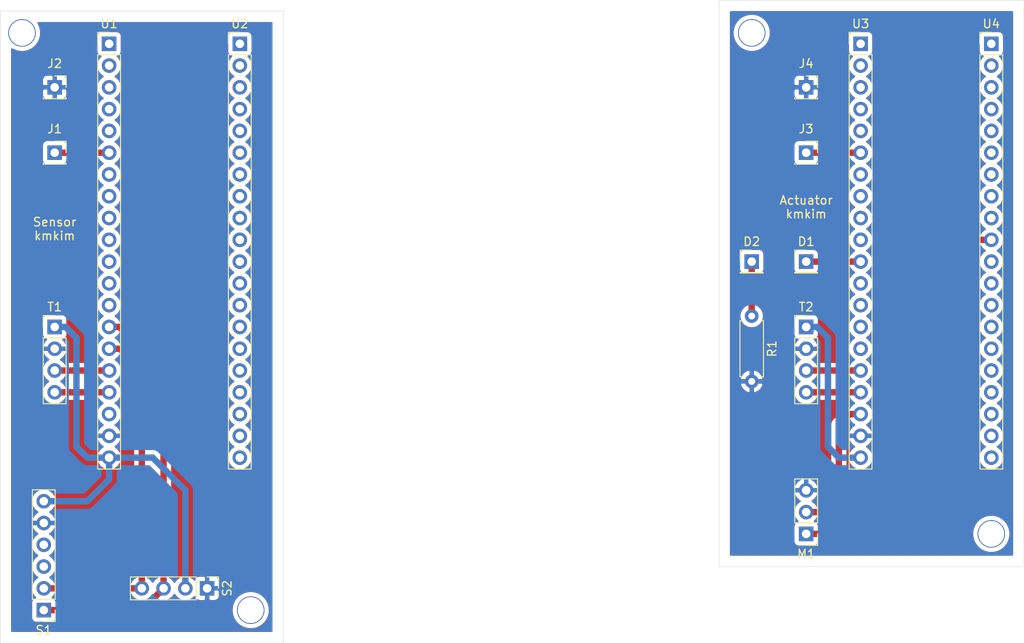
<source format=kicad_pcb>
(kicad_pcb (version 20171130) (host pcbnew 5.1.10-88a1d61d58~90~ubuntu20.04.1)
  (layers (0 F.Cu signal) (31 B.Cu signal) (34 B.Paste user) (35 F.Paste user) (36 B.SilkS user) (37 F.SilkS user) (38 B.Mask user) (39 F.Mask user) (44 Edge.Cuts user))
  (net 0 "")
  (net 1 "Net-(D1-Pad1)")
  (net 2 "Net-(D2-Pad1)")
  (net 3 PWM)
  (net 4 GND_2)
  (net 5 SCL)
  (net 6 SDA)
  (net 7 "Net-(S1-Pad3)")
  (net 8 "Net-(S1-Pad4)")
  (net 9 GND_1)
  (net 10 CAN_RX_1)
  (net 11 CAN_TX_1)
  (net 12 CAN_TX_2)
  (net 13 CAN_RX_2)
  (net 14 "Net-(U1-Pad1)")
  (net 15 "Net-(U1-Pad2)")
  (net 16 "Net-(U1-Pad3)")
  (net 17 "Net-(U1-Pad4)")
  (net 18 "Net-(U1-Pad5)")
  (net 19 "Net-(U1-Pad7)")
  (net 20 "Net-(U1-Pad8)")
  (net 21 "Net-(U1-Pad9)")
  (net 22 "Net-(U1-Pad10)")
  (net 23 "Net-(U1-Pad11)")
  (net 24 "Net-(U1-Pad12)")
  (net 25 "Net-(U1-Pad13)")
  (net 26 "Net-(U2-Pad20)")
  (net 27 "Net-(U2-Pad19)")
  (net 28 "Net-(U2-Pad18)")
  (net 29 "Net-(U2-Pad17)")
  (net 30 "Net-(U2-Pad16)")
  (net 31 "Net-(U2-Pad15)")
  (net 32 "Net-(U2-Pad14)")
  (net 33 "Net-(U2-Pad13)")
  (net 34 "Net-(U2-Pad12)")
  (net 35 "Net-(U2-Pad11)")
  (net 36 "Net-(U2-Pad10)")
  (net 37 "Net-(U2-Pad9)")
  (net 38 "Net-(U2-Pad8)")
  (net 39 "Net-(U2-Pad7)")
  (net 40 "Net-(U2-Pad6)")
  (net 41 "Net-(U2-Pad5)")
  (net 42 "Net-(U2-Pad4)")
  (net 43 "Net-(U2-Pad3)")
  (net 44 "Net-(U2-Pad2)")
  (net 45 "Net-(U2-Pad1)")
  (net 46 "Net-(U3-Pad15)")
  (net 47 "Net-(U3-Pad14)")
  (net 48 "Net-(U3-Pad13)")
  (net 49 "Net-(U3-Pad12)")
  (net 50 "Net-(U3-Pad10)")
  (net 51 "Net-(U3-Pad9)")
  (net 52 "Net-(U3-Pad8)")
  (net 53 "Net-(U3-Pad7)")
  (net 54 "Net-(U3-Pad5)")
  (net 55 "Net-(U3-Pad4)")
  (net 56 "Net-(U3-Pad3)")
  (net 57 "Net-(U3-Pad2)")
  (net 58 "Net-(U3-Pad1)")
  (net 59 "Net-(U4-Pad1)")
  (net 60 "Net-(U4-Pad2)")
  (net 61 "Net-(U4-Pad3)")
  (net 62 "Net-(U4-Pad4)")
  (net 63 "Net-(U4-Pad5)")
  (net 64 "Net-(U4-Pad6)")
  (net 65 "Net-(U4-Pad7)")
  (net 66 "Net-(U4-Pad8)")
  (net 67 "Net-(U4-Pad9)")
  (net 68 "Net-(U4-Pad11)")
  (net 69 "Net-(U4-Pad12)")
  (net 70 "Net-(U4-Pad13)")
  (net 71 "Net-(U4-Pad14)")
  (net 72 "Net-(U4-Pad15)")
  (net 73 "Net-(U4-Pad16)")
  (net 74 "Net-(U4-Pad17)")
  (net 75 "Net-(U4-Pad18)")
  (net 76 "Net-(U4-Pad19)")
  (net 77 "Net-(U4-Pad20)")
  (net 78 5V)
  (net 79 3V3_1)
  (net 80 3V3_2)
  (net 81 "Net-(U1-Pad18)")
  (net 82 Serial_Tx_1)
  (net 83 Serial_Tx_2)
  (module Connector_Pin:Pin_D1.0mm_L10.0mm (layer F.Cu) (at 138.43 38.1)
    (fp_text reference " " (at 0 2.25) (layer F.SilkS))
    (fp_text value Pin_D1.0mm_L10.0mm hide)
    (fp_circle (center 0 0) (end 1.25 0.05) (layer F.SilkS) (width 0.12))
    (pad 1 thru_hole circle (at 0 0) (size 3.2 3.2) (drill 3) (layers *.Cu *.Mask))
  )
  (module Connector_Pin:Pin_D1.0mm_L10.0mm (layer F.Cu) (at 166.37 96.52)
    (fp_text reference " " (at 0 2.25) (layer F.SilkS))
    (fp_text value Pin_D1.0mm_L10.0mm hide)
    (fp_circle (center 0 0) (end 1.25 0.05) (layer F.SilkS) (width 0.12))
    (pad 1 thru_hole circle (at 0 0) (size 3.2 3.2) (drill 3) (layers *.Cu *.Mask))
  )
  (module Connector_PinHeader_2.54mm:PinHeader_1x20_P2.54mm_Vertical (layer F.Cu) (at 151.13 39.37)
    (fp_text reference U3 (at 0 -2.33) (layer F.SilkS))
    (fp_text value STM32_L)
    (fp_line (start -1.33 49.59) (end 1.33 49.59) (layer F.SilkS) (width 0.12))
    (fp_line (start -1.33 1.27) (end -1.33 49.59) (layer F.SilkS) (width 0.12))
    (fp_line (start 1.33 1.27) (end 1.33 49.59) (layer F.SilkS) (width 0.12))
    (fp_line (start -1.33 1.27) (end 1.33 1.27) (layer F.SilkS) (width 0.12))
    (fp_line (start -1.33 0) (end -1.33 -1.33) (layer F.SilkS) (width 0.12))
    (fp_line (start -1.33 -1.33) (end 0 -1.33) (layer F.SilkS) (width 0.12))
    (pad 1 thru_hole rect (at 0 0) (size 1.7 1.7) (drill 1) (layers *.Cu *.Mask) (net 58 "Net-(U3-Pad1)"))
    (pad 2 thru_hole oval (at 0 2.54) (size 1.7 1.7) (drill 1) (layers *.Cu *.Mask) (net 57 "Net-(U3-Pad2)"))
    (pad 3 thru_hole oval (at 0 5.08) (size 1.7 1.7) (drill 1) (layers *.Cu *.Mask) (net 56 "Net-(U3-Pad3)"))
    (pad 4 thru_hole oval (at 0 7.62) (size 1.7 1.7) (drill 1) (layers *.Cu *.Mask) (net 55 "Net-(U3-Pad4)"))
    (pad 5 thru_hole oval (at 0 10.16) (size 1.7 1.7) (drill 1) (layers *.Cu *.Mask) (net 54 "Net-(U3-Pad5)"))
    (pad 6 thru_hole oval (at 0 12.7) (size 1.7 1.7) (drill 1) (layers *.Cu *.Mask) (net 83 Serial_Tx_2))
    (pad 7 thru_hole oval (at 0 15.24) (size 1.7 1.7) (drill 1) (layers *.Cu *.Mask) (net 53 "Net-(U3-Pad7)"))
    (pad 8 thru_hole oval (at 0 17.78) (size 1.7 1.7) (drill 1) (layers *.Cu *.Mask) (net 52 "Net-(U3-Pad8)"))
    (pad 9 thru_hole oval (at 0 20.32) (size 1.7 1.7) (drill 1) (layers *.Cu *.Mask) (net 51 "Net-(U3-Pad9)"))
    (pad 10 thru_hole oval (at 0 22.86) (size 1.7 1.7) (drill 1) (layers *.Cu *.Mask) (net 50 "Net-(U3-Pad10)"))
    (pad 11 thru_hole oval (at 0 25.4) (size 1.7 1.7) (drill 1) (layers *.Cu *.Mask) (net 1 "Net-(D1-Pad1)"))
    (pad 12 thru_hole oval (at 0 27.94) (size 1.7 1.7) (drill 1) (layers *.Cu *.Mask) (net 49 "Net-(U3-Pad12)"))
    (pad 13 thru_hole oval (at 0 30.48) (size 1.7 1.7) (drill 1) (layers *.Cu *.Mask) (net 48 "Net-(U3-Pad13)"))
    (pad 14 thru_hole oval (at 0 33.02) (size 1.7 1.7) (drill 1) (layers *.Cu *.Mask) (net 47 "Net-(U3-Pad14)"))
    (pad 15 thru_hole oval (at 0 35.56) (size 1.7 1.7) (drill 1) (layers *.Cu *.Mask) (net 46 "Net-(U3-Pad15)"))
    (pad 16 thru_hole oval (at 0 38.1) (size 1.7 1.7) (drill 1) (layers *.Cu *.Mask) (net 13 CAN_RX_2))
    (pad 17 thru_hole oval (at 0 40.64) (size 1.7 1.7) (drill 1) (layers *.Cu *.Mask) (net 12 CAN_TX_2))
    (pad 18 thru_hole oval (at 0 43.18) (size 1.7 1.7) (drill 1) (layers *.Cu *.Mask) (net 78 5V))
    (pad 19 thru_hole oval (at 0 45.72) (size 1.7 1.7) (drill 1) (layers *.Cu *.Mask) (net 4 GND_2))
    (pad 20 thru_hole oval (at 0 48.26) (size 1.7 1.7) (drill 1) (layers *.Cu *.Mask) (net 80 3V3_2))
  )
  (module Connector_Pin:Pin_D1.0mm_L10.0mm (layer F.Cu) (at 80.01 105.41)
    (fp_text reference " " (at 0 2.25) (layer F.SilkS))
    (fp_text value Pin_D1.0mm_L10.0mm hide)
    (fp_circle (center 0 0) (end 1.25 0.05) (layer F.SilkS) (width 0.12))
    (pad 1 thru_hole circle (at 0 0) (size 3.2 3.2) (drill 3) (layers *.Cu *.Mask))
  )
  (module Connector_Pin:Pin_D1.0mm_L10.0mm (layer F.Cu) (at 53.34 38.1)
    (fp_text reference " " (at 0 2.25) (layer F.SilkS))
    (fp_text value Pin_D1.0mm_L10.0mm hide)
    (fp_circle (center 0 0) (end 1.25 0.05) (layer F.SilkS) (width 0.12))
    (pad 1 thru_hole circle (at 0 0) (size 3.2 3.2) (drill 3) (layers *.Cu *.Mask))
  )
  (module Connector_PinHeader_2.54mm:PinHeader_1x20_P2.54mm_Vertical (layer F.Cu) (at 78.74 39.37)
    (fp_text reference U2 (at 0 -2.33) (layer F.SilkS))
    (fp_text value STM32_R)
    (fp_line (start -1.33 -1.33) (end 0 -1.33) (layer F.SilkS) (width 0.12))
    (fp_line (start -1.33 0) (end -1.33 -1.33) (layer F.SilkS) (width 0.12))
    (fp_line (start -1.33 1.27) (end 1.33 1.27) (layer F.SilkS) (width 0.12))
    (fp_line (start 1.33 1.27) (end 1.33 49.59) (layer F.SilkS) (width 0.12))
    (fp_line (start -1.33 1.27) (end -1.33 49.59) (layer F.SilkS) (width 0.12))
    (fp_line (start -1.33 49.59) (end 1.33 49.59) (layer F.SilkS) (width 0.12))
    (pad 20 thru_hole oval (at 0 48.26) (size 1.7 1.7) (drill 1) (layers *.Cu *.Mask) (net 26 "Net-(U2-Pad20)"))
    (pad 19 thru_hole oval (at 0 45.72) (size 1.7 1.7) (drill 1) (layers *.Cu *.Mask) (net 27 "Net-(U2-Pad19)"))
    (pad 18 thru_hole oval (at 0 43.18) (size 1.7 1.7) (drill 1) (layers *.Cu *.Mask) (net 28 "Net-(U2-Pad18)"))
    (pad 17 thru_hole oval (at 0 40.64) (size 1.7 1.7) (drill 1) (layers *.Cu *.Mask) (net 29 "Net-(U2-Pad17)"))
    (pad 16 thru_hole oval (at 0 38.1) (size 1.7 1.7) (drill 1) (layers *.Cu *.Mask) (net 30 "Net-(U2-Pad16)"))
    (pad 15 thru_hole oval (at 0 35.56) (size 1.7 1.7) (drill 1) (layers *.Cu *.Mask) (net 31 "Net-(U2-Pad15)"))
    (pad 14 thru_hole oval (at 0 33.02) (size 1.7 1.7) (drill 1) (layers *.Cu *.Mask) (net 32 "Net-(U2-Pad14)"))
    (pad 13 thru_hole oval (at 0 30.48) (size 1.7 1.7) (drill 1) (layers *.Cu *.Mask) (net 33 "Net-(U2-Pad13)"))
    (pad 12 thru_hole oval (at 0 27.94) (size 1.7 1.7) (drill 1) (layers *.Cu *.Mask) (net 34 "Net-(U2-Pad12)"))
    (pad 11 thru_hole oval (at 0 25.4) (size 1.7 1.7) (drill 1) (layers *.Cu *.Mask) (net 35 "Net-(U2-Pad11)"))
    (pad 10 thru_hole oval (at 0 22.86) (size 1.7 1.7) (drill 1) (layers *.Cu *.Mask) (net 36 "Net-(U2-Pad10)"))
    (pad 9 thru_hole oval (at 0 20.32) (size 1.7 1.7) (drill 1) (layers *.Cu *.Mask) (net 37 "Net-(U2-Pad9)"))
    (pad 8 thru_hole oval (at 0 17.78) (size 1.7 1.7) (drill 1) (layers *.Cu *.Mask) (net 38 "Net-(U2-Pad8)"))
    (pad 7 thru_hole oval (at 0 15.24) (size 1.7 1.7) (drill 1) (layers *.Cu *.Mask) (net 39 "Net-(U2-Pad7)"))
    (pad 6 thru_hole oval (at 0 12.7) (size 1.7 1.7) (drill 1) (layers *.Cu *.Mask) (net 40 "Net-(U2-Pad6)"))
    (pad 5 thru_hole oval (at 0 10.16) (size 1.7 1.7) (drill 1) (layers *.Cu *.Mask) (net 41 "Net-(U2-Pad5)"))
    (pad 4 thru_hole oval (at 0 7.62) (size 1.7 1.7) (drill 1) (layers *.Cu *.Mask) (net 42 "Net-(U2-Pad4)"))
    (pad 3 thru_hole oval (at 0 5.08) (size 1.7 1.7) (drill 1) (layers *.Cu *.Mask) (net 43 "Net-(U2-Pad3)"))
    (pad 2 thru_hole oval (at 0 2.54) (size 1.7 1.7) (drill 1) (layers *.Cu *.Mask) (net 44 "Net-(U2-Pad2)"))
    (pad 1 thru_hole rect (at 0 0) (size 1.7 1.7) (drill 1) (layers *.Cu *.Mask) (net 45 "Net-(U2-Pad1)"))
  )
  (module Connector_PinHeader_2.54mm:PinHeader_1x01_P2.54mm_Vertical (layer F.Cu) (at 138.43 64.77)
    (fp_text reference D2 (at 0 -2.33) (layer F.SilkS))
    (fp_text value LED_cathode)
    (fp_line (start -1.33 -1.33) (end 0 -1.33) (layer F.SilkS) (width 0.12))
    (fp_line (start -1.33 0) (end -1.33 -1.33) (layer F.SilkS) (width 0.12))
    (fp_line (start -1.33 1.27) (end 1.33 1.27) (layer F.SilkS) (width 0.12))
    (fp_line (start 1.33 1.27) (end 1.33 1.33) (layer F.SilkS) (width 0.12))
    (fp_line (start -1.33 1.27) (end -1.33 1.33) (layer F.SilkS) (width 0.12))
    (fp_line (start -1.33 1.33) (end 1.33 1.33) (layer F.SilkS) (width 0.12))
    (pad 1 thru_hole rect (at 0 0) (size 1.7 1.7) (drill 1) (layers *.Cu *.Mask) (net 2 "Net-(D2-Pad1)"))
  )
  (module Connector_PinHeader_2.54mm:PinHeader_1x01_P2.54mm_Vertical (layer F.Cu) (at 144.78 64.77)
    (fp_text reference D1 (at 0 -2.33) (layer F.SilkS))
    (fp_text value LED_anode)
    (fp_line (start -1.33 1.33) (end 1.33 1.33) (layer F.SilkS) (width 0.12))
    (fp_line (start -1.33 1.27) (end -1.33 1.33) (layer F.SilkS) (width 0.12))
    (fp_line (start 1.33 1.27) (end 1.33 1.33) (layer F.SilkS) (width 0.12))
    (fp_line (start -1.33 1.27) (end 1.33 1.27) (layer F.SilkS) (width 0.12))
    (fp_line (start -1.33 0) (end -1.33 -1.33) (layer F.SilkS) (width 0.12))
    (fp_line (start -1.33 -1.33) (end 0 -1.33) (layer F.SilkS) (width 0.12))
    (pad 1 thru_hole rect (at 0 0) (size 1.7 1.7) (drill 1) (layers *.Cu *.Mask) (net 1 "Net-(D1-Pad1)"))
  )
  (module Connector_PinHeader_2.54mm:PinHeader_1x06_P2.54mm_Vertical (layer F.Cu) (at 55.88 105.41 180)
    (fp_text reference S1 (at 0 -2.33) (layer F.SilkS))
    (fp_text value ADXL345)
    (fp_line (start -1.33 14.03) (end 1.33 14.03) (layer F.SilkS) (width 0.12))
    (fp_line (start -1.33 1.27) (end -1.33 14.03) (layer F.SilkS) (width 0.12))
    (fp_line (start 1.33 1.27) (end 1.33 14.03) (layer F.SilkS) (width 0.12))
    (fp_line (start -1.33 1.27) (end 1.33 1.27) (layer F.SilkS) (width 0.12))
    (fp_line (start -1.33 0) (end -1.33 -1.33) (layer F.SilkS) (width 0.12))
    (fp_line (start -1.33 -1.33) (end 0 -1.33) (layer F.SilkS) (width 0.12))
    (pad 1 thru_hole rect (at 0 0 180) (size 1.7 1.7) (drill 1) (layers *.Cu *.Mask) (net 5 SCL))
    (pad 2 thru_hole oval (at 0 2.54 180) (size 1.7 1.7) (drill 1) (layers *.Cu *.Mask) (net 6 SDA))
    (pad 3 thru_hole oval (at 0 5.08 180) (size 1.7 1.7) (drill 1) (layers *.Cu *.Mask) (net 7 "Net-(S1-Pad3)"))
    (pad 4 thru_hole oval (at 0 7.62 180) (size 1.7 1.7) (drill 1) (layers *.Cu *.Mask) (net 8 "Net-(S1-Pad4)"))
    (pad 5 thru_hole oval (at 0 10.16 180) (size 1.7 1.7) (drill 1) (layers *.Cu *.Mask) (net 9 GND_1))
    (pad 6 thru_hole oval (at 0 12.7 180) (size 1.7 1.7) (drill 1) (layers *.Cu *.Mask) (net 79 3V3_1))
  )
  (module Connector_PinHeader_2.54mm:PinHeader_1x20_P2.54mm_Vertical (layer F.Cu) (at 63.5 39.37)
    (fp_text reference U1 (at 0 -2.33) (layer F.SilkS))
    (fp_text value STM32_L)
    (fp_line (start -1.33 49.59) (end 1.33 49.59) (layer F.SilkS) (width 0.12))
    (fp_line (start -1.33 1.27) (end -1.33 49.59) (layer F.SilkS) (width 0.12))
    (fp_line (start 1.33 1.27) (end 1.33 49.59) (layer F.SilkS) (width 0.12))
    (fp_line (start -1.33 1.27) (end 1.33 1.27) (layer F.SilkS) (width 0.12))
    (fp_line (start -1.33 0) (end -1.33 -1.33) (layer F.SilkS) (width 0.12))
    (fp_line (start -1.33 -1.33) (end 0 -1.33) (layer F.SilkS) (width 0.12))
    (pad 1 thru_hole rect (at 0 0) (size 1.7 1.7) (drill 1) (layers *.Cu *.Mask) (net 14 "Net-(U1-Pad1)"))
    (pad 2 thru_hole oval (at 0 2.54) (size 1.7 1.7) (drill 1) (layers *.Cu *.Mask) (net 15 "Net-(U1-Pad2)"))
    (pad 3 thru_hole oval (at 0 5.08) (size 1.7 1.7) (drill 1) (layers *.Cu *.Mask) (net 16 "Net-(U1-Pad3)"))
    (pad 4 thru_hole oval (at 0 7.62) (size 1.7 1.7) (drill 1) (layers *.Cu *.Mask) (net 17 "Net-(U1-Pad4)"))
    (pad 5 thru_hole oval (at 0 10.16) (size 1.7 1.7) (drill 1) (layers *.Cu *.Mask) (net 18 "Net-(U1-Pad5)"))
    (pad 6 thru_hole oval (at 0 12.7) (size 1.7 1.7) (drill 1) (layers *.Cu *.Mask) (net 82 Serial_Tx_1))
    (pad 7 thru_hole oval (at 0 15.24) (size 1.7 1.7) (drill 1) (layers *.Cu *.Mask) (net 19 "Net-(U1-Pad7)"))
    (pad 8 thru_hole oval (at 0 17.78) (size 1.7 1.7) (drill 1) (layers *.Cu *.Mask) (net 20 "Net-(U1-Pad8)"))
    (pad 9 thru_hole oval (at 0 20.32) (size 1.7 1.7) (drill 1) (layers *.Cu *.Mask) (net 21 "Net-(U1-Pad9)"))
    (pad 10 thru_hole oval (at 0 22.86) (size 1.7 1.7) (drill 1) (layers *.Cu *.Mask) (net 22 "Net-(U1-Pad10)"))
    (pad 11 thru_hole oval (at 0 25.4) (size 1.7 1.7) (drill 1) (layers *.Cu *.Mask) (net 23 "Net-(U1-Pad11)"))
    (pad 12 thru_hole oval (at 0 27.94) (size 1.7 1.7) (drill 1) (layers *.Cu *.Mask) (net 24 "Net-(U1-Pad12)"))
    (pad 13 thru_hole oval (at 0 30.48) (size 1.7 1.7) (drill 1) (layers *.Cu *.Mask) (net 25 "Net-(U1-Pad13)"))
    (pad 14 thru_hole oval (at 0 33.02) (size 1.7 1.7) (drill 1) (layers *.Cu *.Mask) (net 5 SCL))
    (pad 15 thru_hole oval (at 0 35.56) (size 1.7 1.7) (drill 1) (layers *.Cu *.Mask) (net 6 SDA))
    (pad 16 thru_hole oval (at 0 38.1) (size 1.7 1.7) (drill 1) (layers *.Cu *.Mask) (net 10 CAN_RX_1))
    (pad 17 thru_hole oval (at 0 40.64) (size 1.7 1.7) (drill 1) (layers *.Cu *.Mask) (net 11 CAN_TX_1))
    (pad 18 thru_hole oval (at 0 43.18) (size 1.7 1.7) (drill 1) (layers *.Cu *.Mask) (net 81 "Net-(U1-Pad18)"))
    (pad 19 thru_hole oval (at 0 45.72) (size 1.7 1.7) (drill 1) (layers *.Cu *.Mask) (net 9 GND_1))
    (pad 20 thru_hole oval (at 0 48.26) (size 1.7 1.7) (drill 1) (layers *.Cu *.Mask) (net 79 3V3_1))
  )
  (module Connector_PinHeader_2.54mm:PinHeader_1x04_P2.54mm_Vertical (layer F.Cu) (at 74.93 102.87 270)
    (fp_text reference S2 (at 0 -2.33 90) (layer F.SilkS))
    (fp_text value AP3216)
    (fp_line (start -1.33 8.95) (end 1.33 8.95) (layer F.SilkS) (width 0.12))
    (fp_line (start -1.33 1.27) (end -1.33 8.95) (layer F.SilkS) (width 0.12))
    (fp_line (start 1.33 1.27) (end 1.33 8.95) (layer F.SilkS) (width 0.12))
    (fp_line (start -1.33 1.27) (end 1.33 1.27) (layer F.SilkS) (width 0.12))
    (fp_line (start -1.33 0) (end -1.33 -1.33) (layer F.SilkS) (width 0.12))
    (fp_line (start -1.33 -1.33) (end 0 -1.33) (layer F.SilkS) (width 0.12))
    (pad 1 thru_hole rect (at 0 0 270) (size 1.7 1.7) (drill 1) (layers *.Cu *.Mask) (net 9 GND_1))
    (pad 2 thru_hole oval (at 0 2.54 270) (size 1.7 1.7) (drill 1) (layers *.Cu *.Mask) (net 79 3V3_1))
    (pad 3 thru_hole oval (at 0 5.08 270) (size 1.7 1.7) (drill 1) (layers *.Cu *.Mask) (net 5 SCL))
    (pad 4 thru_hole oval (at 0 7.62 270) (size 1.7 1.7) (drill 1) (layers *.Cu *.Mask) (net 6 SDA))
  )
  (module Connector_PinHeader_2.54mm:PinHeader_1x03_P2.54mm_Vertical (layer F.Cu) (at 144.78 96.52 180)
    (fp_text reference M1 (at 0 -2.33) (layer F.SilkS))
    (fp_text value SG90)
    (fp_line (start -1.33 6.41) (end 1.33 6.41) (layer F.SilkS) (width 0.12))
    (fp_line (start -1.33 1.27) (end -1.33 6.41) (layer F.SilkS) (width 0.12))
    (fp_line (start 1.33 1.27) (end 1.33 6.41) (layer F.SilkS) (width 0.12))
    (fp_line (start -1.33 1.27) (end 1.33 1.27) (layer F.SilkS) (width 0.12))
    (fp_line (start -1.33 0) (end -1.33 -1.33) (layer F.SilkS) (width 0.12))
    (fp_line (start -1.33 -1.33) (end 0 -1.33) (layer F.SilkS) (width 0.12))
    (pad 1 thru_hole rect (at 0 0 180) (size 1.7 1.7) (drill 1) (layers *.Cu *.Mask) (net 3 PWM))
    (pad 2 thru_hole oval (at 0 2.54 180) (size 1.7 1.7) (drill 1) (layers *.Cu *.Mask) (net 78 5V))
    (pad 3 thru_hole oval (at 0 5.08 180) (size 1.7 1.7) (drill 1) (layers *.Cu *.Mask) (net 4 GND_2))
  )
  (module Connector_PinHeader_2.54mm:PinHeader_1x20_P2.54mm_Vertical (layer F.Cu) (at 166.37 39.37)
    (fp_text reference U4 (at 0 -2.33) (layer F.SilkS))
    (fp_text value STM32_R)
    (fp_line (start -1.33 -1.33) (end 0 -1.33) (layer F.SilkS) (width 0.12))
    (fp_line (start -1.33 0) (end -1.33 -1.33) (layer F.SilkS) (width 0.12))
    (fp_line (start -1.33 1.27) (end 1.33 1.27) (layer F.SilkS) (width 0.12))
    (fp_line (start 1.33 1.27) (end 1.33 49.59) (layer F.SilkS) (width 0.12))
    (fp_line (start -1.33 1.27) (end -1.33 49.59) (layer F.SilkS) (width 0.12))
    (fp_line (start -1.33 49.59) (end 1.33 49.59) (layer F.SilkS) (width 0.12))
    (pad 20 thru_hole oval (at 0 48.26) (size 1.7 1.7) (drill 1) (layers *.Cu *.Mask) (net 77 "Net-(U4-Pad20)"))
    (pad 19 thru_hole oval (at 0 45.72) (size 1.7 1.7) (drill 1) (layers *.Cu *.Mask) (net 76 "Net-(U4-Pad19)"))
    (pad 18 thru_hole oval (at 0 43.18) (size 1.7 1.7) (drill 1) (layers *.Cu *.Mask) (net 75 "Net-(U4-Pad18)"))
    (pad 17 thru_hole oval (at 0 40.64) (size 1.7 1.7) (drill 1) (layers *.Cu *.Mask) (net 74 "Net-(U4-Pad17)"))
    (pad 16 thru_hole oval (at 0 38.1) (size 1.7 1.7) (drill 1) (layers *.Cu *.Mask) (net 73 "Net-(U4-Pad16)"))
    (pad 15 thru_hole oval (at 0 35.56) (size 1.7 1.7) (drill 1) (layers *.Cu *.Mask) (net 72 "Net-(U4-Pad15)"))
    (pad 14 thru_hole oval (at 0 33.02) (size 1.7 1.7) (drill 1) (layers *.Cu *.Mask) (net 71 "Net-(U4-Pad14)"))
    (pad 13 thru_hole oval (at 0 30.48) (size 1.7 1.7) (drill 1) (layers *.Cu *.Mask) (net 70 "Net-(U4-Pad13)"))
    (pad 12 thru_hole oval (at 0 27.94) (size 1.7 1.7) (drill 1) (layers *.Cu *.Mask) (net 69 "Net-(U4-Pad12)"))
    (pad 11 thru_hole oval (at 0 25.4) (size 1.7 1.7) (drill 1) (layers *.Cu *.Mask) (net 68 "Net-(U4-Pad11)"))
    (pad 10 thru_hole oval (at 0 22.86) (size 1.7 1.7) (drill 1) (layers *.Cu *.Mask) (net 3 PWM))
    (pad 9 thru_hole oval (at 0 20.32) (size 1.7 1.7) (drill 1) (layers *.Cu *.Mask) (net 67 "Net-(U4-Pad9)"))
    (pad 8 thru_hole oval (at 0 17.78) (size 1.7 1.7) (drill 1) (layers *.Cu *.Mask) (net 66 "Net-(U4-Pad8)"))
    (pad 7 thru_hole oval (at 0 15.24) (size 1.7 1.7) (drill 1) (layers *.Cu *.Mask) (net 65 "Net-(U4-Pad7)"))
    (pad 6 thru_hole oval (at 0 12.7) (size 1.7 1.7) (drill 1) (layers *.Cu *.Mask) (net 64 "Net-(U4-Pad6)"))
    (pad 5 thru_hole oval (at 0 10.16) (size 1.7 1.7) (drill 1) (layers *.Cu *.Mask) (net 63 "Net-(U4-Pad5)"))
    (pad 4 thru_hole oval (at 0 7.62) (size 1.7 1.7) (drill 1) (layers *.Cu *.Mask) (net 62 "Net-(U4-Pad4)"))
    (pad 3 thru_hole oval (at 0 5.08) (size 1.7 1.7) (drill 1) (layers *.Cu *.Mask) (net 61 "Net-(U4-Pad3)"))
    (pad 2 thru_hole oval (at 0 2.54) (size 1.7 1.7) (drill 1) (layers *.Cu *.Mask) (net 60 "Net-(U4-Pad2)"))
    (pad 1 thru_hole rect (at 0 0) (size 1.7 1.7) (drill 1) (layers *.Cu *.Mask) (net 59 "Net-(U4-Pad1)"))
  )
  (module Connector_PinHeader_2.54mm:PinHeader_1x04_P2.54mm_Vertical (layer F.Cu) (at 57.15 72.39)
    (fp_text reference T1 (at 0 -2.33) (layer F.SilkS))
    (fp_text value SN65HVD230)
    (fp_line (start -1.33 -1.33) (end 0 -1.33) (layer F.SilkS) (width 0.12))
    (fp_line (start -1.33 0) (end -1.33 -1.33) (layer F.SilkS) (width 0.12))
    (fp_line (start -1.33 1.27) (end 1.33 1.27) (layer F.SilkS) (width 0.12))
    (fp_line (start 1.33 1.27) (end 1.33 8.95) (layer F.SilkS) (width 0.12))
    (fp_line (start -1.33 1.27) (end -1.33 8.95) (layer F.SilkS) (width 0.12))
    (fp_line (start -1.33 8.95) (end 1.33 8.95) (layer F.SilkS) (width 0.12))
    (pad 4 thru_hole oval (at 0 7.62) (size 1.7 1.7) (drill 1) (layers *.Cu *.Mask) (net 11 CAN_TX_1))
    (pad 3 thru_hole oval (at 0 5.08) (size 1.7 1.7) (drill 1) (layers *.Cu *.Mask) (net 10 CAN_RX_1))
    (pad 2 thru_hole oval (at 0 2.54) (size 1.7 1.7) (drill 1) (layers *.Cu *.Mask) (net 9 GND_1))
    (pad 1 thru_hole rect (at 0 0) (size 1.7 1.7) (drill 1) (layers *.Cu *.Mask) (net 79 3V3_1))
  )
  (module Connector_PinHeader_2.54mm:PinHeader_1x04_P2.54mm_Vertical (layer F.Cu) (at 144.78 72.39)
    (fp_text reference T2 (at 0 -2.33) (layer F.SilkS))
    (fp_text value SN65HVD230)
    (fp_line (start -1.33 8.95) (end 1.33 8.95) (layer F.SilkS) (width 0.12))
    (fp_line (start -1.33 1.27) (end -1.33 8.95) (layer F.SilkS) (width 0.12))
    (fp_line (start 1.33 1.27) (end 1.33 8.95) (layer F.SilkS) (width 0.12))
    (fp_line (start -1.33 1.27) (end 1.33 1.27) (layer F.SilkS) (width 0.12))
    (fp_line (start -1.33 0) (end -1.33 -1.33) (layer F.SilkS) (width 0.12))
    (fp_line (start -1.33 -1.33) (end 0 -1.33) (layer F.SilkS) (width 0.12))
    (pad 1 thru_hole rect (at 0 0) (size 1.7 1.7) (drill 1) (layers *.Cu *.Mask) (net 80 3V3_2))
    (pad 2 thru_hole oval (at 0 2.54) (size 1.7 1.7) (drill 1) (layers *.Cu *.Mask) (net 4 GND_2))
    (pad 3 thru_hole oval (at 0 5.08) (size 1.7 1.7) (drill 1) (layers *.Cu *.Mask) (net 13 CAN_RX_2))
    (pad 4 thru_hole oval (at 0 7.62) (size 1.7 1.7) (drill 1) (layers *.Cu *.Mask) (net 12 CAN_TX_2))
  )
  (module Resistor_THT:R_Axial_DIN0207_L6.3mm_D2.5mm_P7.62mm_Horizontal (layer F.Cu) (at 138.43 71.12 270)
    (fp_text reference R1 (at 3.81 -2.37 90) (layer F.SilkS))
    (fp_text value 100ohm)
    (fp_line (start 0.54 -1.04) (end 0.54 -1.37) (layer F.SilkS) (width 0.12))
    (fp_line (start 0.54 -1.37) (end 7.08 -1.37) (layer F.SilkS) (width 0.12))
    (fp_line (start 7.08 -1.37) (end 7.08 -1.04) (layer F.SilkS) (width 0.12))
    (fp_line (start 0.54 1.04) (end 0.54 1.37) (layer F.SilkS) (width 0.12))
    (fp_line (start 0.54 1.37) (end 7.08 1.37) (layer F.SilkS) (width 0.12))
    (fp_line (start 7.08 1.37) (end 7.08 1.04) (layer F.SilkS) (width 0.12))
    (pad 1 thru_hole circle (at 0 0 270) (size 1.6 1.6) (drill 0.8) (layers *.Cu *.Mask) (net 2 "Net-(D2-Pad1)"))
    (pad 2 thru_hole oval (at 7.62 0 270) (size 1.6 1.6) (drill 0.8) (layers *.Cu *.Mask) (net 4 GND_2))
  )
  (module Connector_PinSocket_2.54mm:PinSocket_1x01_P2.54mm_Vertical (layer F.Cu) (at 57.15 44.45)
    (fp_text reference J2 (at 0 -2.77) (layer F.SilkS))
    (fp_text value Serial_GND_1)
    (fp_line (start -1.33 1.33) (end 1.33 1.33) (layer F.SilkS) (width 0.12))
    (fp_line (start -1.33 1.21) (end -1.33 1.33) (layer F.SilkS) (width 0.12))
    (fp_line (start 1.33 1.21) (end 1.33 1.33) (layer F.SilkS) (width 0.12))
    (fp_line (start 1.33 -1.33) (end 1.33 0) (layer F.SilkS) (width 0.12))
    (fp_line (start 0 -1.33) (end 1.33 -1.33) (layer F.SilkS) (width 0.12))
    (pad 1 thru_hole rect (at 0 0) (size 1.7 1.7) (drill 1) (layers *.Cu *.Mask) (net 9 GND_1))
  )
  (module Connector_PinSocket_2.54mm:PinSocket_1x01_P2.54mm_Vertical (layer F.Cu) (at 144.78 44.45)
    (fp_text reference J4 (at 0 -2.77) (layer F.SilkS))
    (fp_text value Serial_GND_2)
    (fp_line (start 0 -1.33) (end 1.33 -1.33) (layer F.SilkS) (width 0.12))
    (fp_line (start 1.33 -1.33) (end 1.33 0) (layer F.SilkS) (width 0.12))
    (fp_line (start 1.33 1.21) (end 1.33 1.33) (layer F.SilkS) (width 0.12))
    (fp_line (start -1.33 1.21) (end -1.33 1.33) (layer F.SilkS) (width 0.12))
    (fp_line (start -1.33 1.33) (end 1.33 1.33) (layer F.SilkS) (width 0.12))
    (pad 1 thru_hole rect (at 0 0) (size 1.7 1.7) (drill 1) (layers *.Cu *.Mask) (net 4 GND_2))
  )
  (module Connector_PinSocket_2.54mm:PinSocket_1x01_P2.54mm_Vertical (layer F.Cu) (at 57.15 52.07)
    (fp_text reference J1 (at 0 -2.77) (layer F.SilkS))
    (fp_text value Serial_Tx_1)
    (fp_line (start 0 -1.33) (end 1.33 -1.33) (layer F.SilkS) (width 0.12))
    (fp_line (start 1.33 -1.33) (end 1.33 0) (layer F.SilkS) (width 0.12))
    (fp_line (start 1.33 1.21) (end 1.33 1.33) (layer F.SilkS) (width 0.12))
    (fp_line (start -1.33 1.21) (end -1.33 1.33) (layer F.SilkS) (width 0.12))
    (fp_line (start -1.33 1.33) (end 1.33 1.33) (layer F.SilkS) (width 0.12))
    (pad 1 thru_hole rect (at 0 0) (size 1.7 1.7) (drill 1) (layers *.Cu *.Mask) (net 82 Serial_Tx_1))
  )
  (module Connector_PinSocket_2.54mm:PinSocket_1x01_P2.54mm_Vertical (layer F.Cu) (at 144.78 52.07)
    (fp_text reference J3 (at 0 -2.77) (layer F.SilkS))
    (fp_text value Serial_Tx_2)
    (fp_line (start -1.33 1.33) (end 1.33 1.33) (layer F.SilkS) (width 0.12))
    (fp_line (start -1.33 1.21) (end -1.33 1.33) (layer F.SilkS) (width 0.12))
    (fp_line (start 1.33 1.21) (end 1.33 1.33) (layer F.SilkS) (width 0.12))
    (fp_line (start 1.33 -1.33) (end 1.33 0) (layer F.SilkS) (width 0.12))
    (fp_line (start 0 -1.33) (end 1.33 -1.33) (layer F.SilkS) (width 0.12))
    (pad 1 thru_hole rect (at 0 0) (size 1.7 1.7) (drill 1) (layers *.Cu *.Mask) (net 83 Serial_Tx_2))
  )
  (gr_line (start 83.82 109.22) (end 83.82 35.56) (layer Edge.Cuts) (width 0.05))
  (gr_line (start 83.82 109.22) (end 50.8 109.22) (layer Edge.Cuts) (width 0.05))
  (gr_line (start 134.62 100.33) (end 134.62 34.29) (layer Edge.Cuts) (width 0.05))
  (gr_line (start 170.18 100.33) (end 134.62 100.33) (layer Edge.Cuts) (width 0.05))
  (gr_line (start 170.18 34.29) (end 170.18 100.33) (layer Edge.Cuts) (width 0.05))
  (gr_line (start 134.62 34.29) (end 170.18 34.29) (layer Edge.Cuts) (width 0.05))
  (gr_line (start 50.8 109.22) (end 50.8 35.56) (layer Edge.Cuts) (width 0.05))
  (gr_line (start 50.8 35.56) (end 83.82 35.56) (layer Edge.Cuts) (width 0.05))
  (gr_text "Actuator\nkmkim" (at 144.78 58.42) (layer F.SilkS) (effects (font (size 1 1))))
  (gr_text "Sensor\nkmkim" (at 57.15 60.96) (layer F.SilkS) (effects (font (size 1 1))))
  (segment (start 144.78 64.77) (end 151.13 64.77) (width 0.75) (layer F.Cu) (net 1))
  (segment (start 138.43 64.77) (end 138.43 71.12) (width 0.75) (layer F.Cu) (net 2))
  (segment (start 144.78 96.52) (end 153.67 96.52) (width 0.75) (layer F.Cu) (net 3))
  (segment (start 153.67 96.52) (end 158.75 91.44) (width 0.75) (layer F.Cu) (net 3))
  (segment (start 158.75 91.44) (end 158.75 64.77) (width 0.75) (layer F.Cu) (net 3))
  (segment (start 161.29 62.23) (end 166.37 62.23) (width 0.75) (layer F.Cu) (net 3))
  (segment (start 158.75 64.77) (end 161.29 62.23) (width 0.75) (layer F.Cu) (net 3))
  (segment (start 69.85 77.537919) (end 69.85 102.87) (width 0.75) (layer F.Cu) (net 5))
  (segment (start 64.702081 72.39) (end 69.85 77.537919) (width 0.75) (layer F.Cu) (net 5))
  (segment (start 63.5 72.39) (end 64.702081 72.39) (width 0.75) (layer F.Cu) (net 5))
  (segment (start 69.85 102.87) (end 67.31 105.41) (width 0.75) (layer F.Cu) (net 5))
  (segment (start 67.31 105.41) (end 55.88 105.41) (width 0.75) (layer F.Cu) (net 5))
  (segment (start 63.5 74.93) (end 64.77 74.93) (width 0.75) (layer F.Cu) (net 6))
  (segment (start 67.31 77.47) (end 67.31 102.87) (width 0.75) (layer F.Cu) (net 6))
  (segment (start 64.77 74.93) (end 67.31 77.47) (width 0.75) (layer F.Cu) (net 6))
  (segment (start 55.88 102.87) (end 67.31 102.87) (width 0.75) (layer F.Cu) (net 6))
  (segment (start 57.15 77.47) (end 63.5 77.47) (width 0.75) (layer F.Cu) (net 10))
  (segment (start 63.5 80.01) (end 57.15 80.01) (width 0.75) (layer F.Cu) (net 11))
  (segment (start 144.78 80.01) (end 151.13 80.01) (width 0.75) (layer F.Cu) (net 12))
  (segment (start 144.78 77.47) (end 151.13 77.47) (width 0.75) (layer F.Cu) (net 13))
  (segment (start 151.13 82.55) (end 149.86 82.55) (width 0.75) (layer F.Cu) (net 78))
  (segment (start 149.86 82.55) (end 148.59 83.82) (width 0.75) (layer F.Cu) (net 78))
  (segment (start 148.59 83.82) (end 148.59 92.71) (width 0.75) (layer F.Cu) (net 78))
  (segment (start 147.32 93.98) (end 144.78 93.98) (width 0.75) (layer F.Cu) (net 78))
  (segment (start 148.59 92.71) (end 147.32 93.98) (width 0.75) (layer F.Cu) (net 78))
  (segment (start 63.5 87.63) (end 68.58 87.63) (width 0.75) (layer B.Cu) (net 79))
  (segment (start 57.15 72.39) (end 58.42 72.39) (width 0.75) (layer B.Cu) (net 79))
  (segment (start 58.42 72.39) (end 59.69 73.66) (width 0.75) (layer B.Cu) (net 79))
  (segment (start 59.69 73.66) (end 59.69 86.36) (width 0.75) (layer B.Cu) (net 79))
  (segment (start 60.96 87.63) (end 63.5 87.63) (width 0.75) (layer B.Cu) (net 79))
  (segment (start 59.69 86.36) (end 60.96 87.63) (width 0.75) (layer B.Cu) (net 79))
  (segment (start 72.39 102.87) (end 72.39 91.44) (width 0.75) (layer B.Cu) (net 79))
  (segment (start 72.39 91.44) (end 68.58 87.63) (width 0.75) (layer B.Cu) (net 79))
  (segment (start 55.88 92.71) (end 60.96 92.71) (width 0.75) (layer B.Cu) (net 79))
  (segment (start 63.5 90.17) (end 63.5 87.63) (width 0.75) (layer B.Cu) (net 79))
  (segment (start 60.96 92.71) (end 63.5 90.17) (width 0.75) (layer B.Cu) (net 79))
  (segment (start 144.78 72.39) (end 146.05 72.39) (width 0.75) (layer B.Cu) (net 80))
  (segment (start 146.05 72.39) (end 147.32 73.66) (width 0.75) (layer B.Cu) (net 80))
  (segment (start 147.32 73.66) (end 147.32 86.36) (width 0.75) (layer B.Cu) (net 80))
  (segment (start 148.59 87.63) (end 151.13 87.63) (width 0.75) (layer B.Cu) (net 80))
  (segment (start 147.32 86.36) (end 148.59 87.63) (width 0.75) (layer B.Cu) (net 80))
  (segment (start 57.15 52.07) (end 63.5 52.07) (width 0.75) (layer F.Cu) (net 82))
  (segment (start 144.78 52.07) (end 151.13 52.07) (width 0.75) (layer F.Cu) (net 83))
  (zone (net 4) (net_name GND_2) (layer F.Cu) (connect_pads (clearance 0.508)) (min_thickness 0.254) (fill yes (arc_segments 32) (thermal_gap 0.508) (thermal_bridge_width 0.508))
    (polygon (pts (xy 168.91 99.06) (xy 135.89 99.06) (xy 135.89 35.56) (xy 168.91 35.56)))
  )
  (zone (net 4) (net_name GND_2) (layer B.Cu) (connect_pads (clearance 0.508)) (min_thickness 0.254) (fill yes (arc_segments 32) (thermal_gap 0.508) (thermal_bridge_width 0.508))
    (polygon (pts (xy 168.91 99.06) (xy 135.89 99.06) (xy 135.89 35.56) (xy 168.91 35.56)))
  )
  (zone (net 9) (net_name GND_1) (layer F.Cu) (connect_pads (clearance 0.508)) (min_thickness 0.254) (fill yes (arc_segments 32) (thermal_gap 0.508) (thermal_bridge_width 0.508))
    (polygon (pts (xy 82.55 107.95) (xy 52.07 107.95) (xy 52.07 36.83) (xy 82.55 36.83)))
  )
  (zone (net 9) (net_name GND_1) (layer B.Cu) (connect_pads (clearance 0.508)) (min_thickness 0.254) (fill yes (arc_segments 32) (thermal_gap 0.508) (thermal_bridge_width 0.508) (smoothing fillet))
    (polygon (pts (xy 82.55 107.95) (xy 52.07 107.95) (xy 52.07 36.83) (xy 82.55 36.83)))
  )
)
</source>
